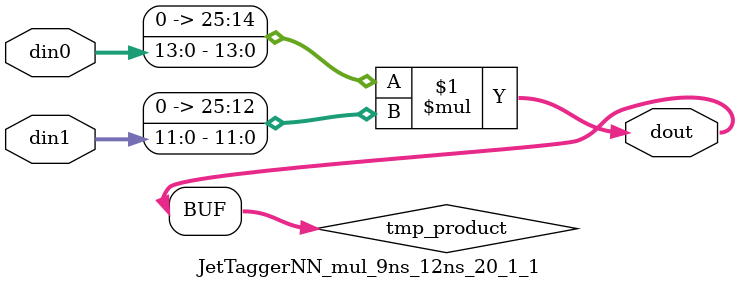
<source format=v>

`timescale 1 ns / 1 ps

  module JetTaggerNN_mul_9ns_12ns_20_1_1(din0, din1, dout);
parameter ID = 1;
parameter NUM_STAGE = 0;
parameter din0_WIDTH = 14;
parameter din1_WIDTH = 12;
parameter dout_WIDTH = 26;

input [din0_WIDTH - 1 : 0] din0; 
input [din1_WIDTH - 1 : 0] din1; 
output [dout_WIDTH - 1 : 0] dout;

wire signed [dout_WIDTH - 1 : 0] tmp_product;










assign tmp_product = $signed({1'b0, din0}) * $signed({1'b0, din1});











assign dout = tmp_product;







endmodule

</source>
